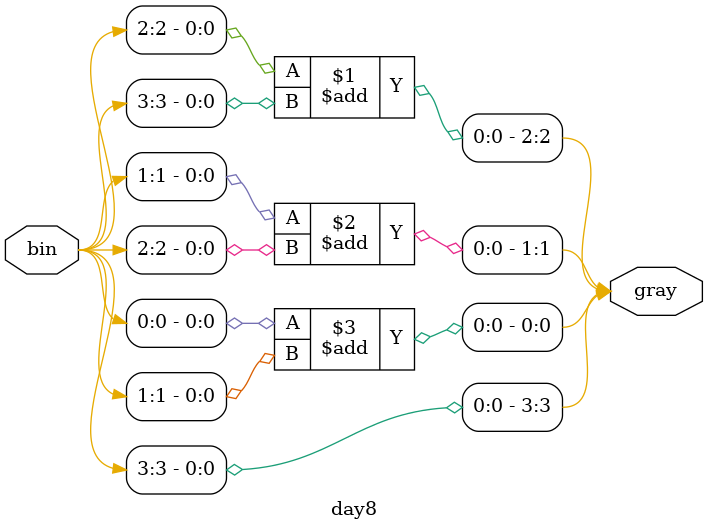
<source format=sv>
module day8(gray,bin);
parameter n = 3;
output [n:0] gray;
input [n:0] bin;

genvar i;

for (i = 0; i < n; i=i+1) begin
    assign gray[n-i-1] = bin[n-i-1] + bin[n-i];
end

assign gray[n] = bin[n];

endmodule
</source>
